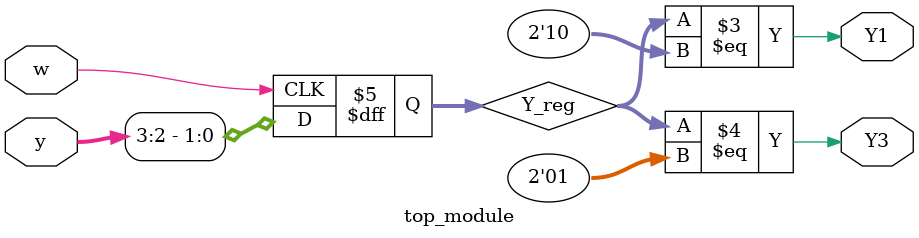
<source format=sv>
module top_module (
	input [5:0] y,
	input w,
	output reg Y1,
	output reg Y3
);

reg [1:0] Y_reg;

always @(posedge w) begin
	Y_reg <= y[3:2];
end

always @* begin
	Y1 = (Y_reg == 2'b10);
	Y3 = (Y_reg == 2'b01);
end

endmodule

</source>
